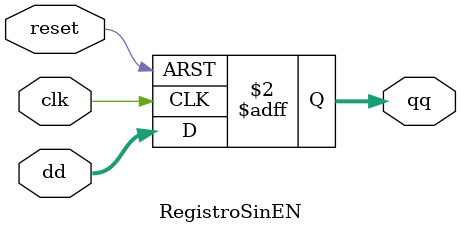
<source format=v>
`timescale 1ns / 1ps
module RegistroSinEN#(parameter bits=12)(

input wire clk, reset ,
input wire [bits-1:0] dd ,
output reg [bits-1:0] qq
);

always @(posedge clk, posedge reset)
begin
if (reset)
qq <= 0;
else 
qq <= dd ;
end
endmodule
</source>
